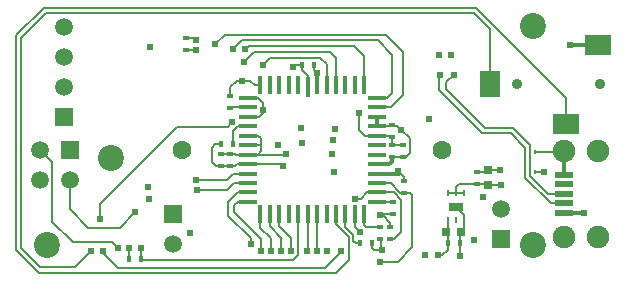
<source format=gtl>
G04 Layer: TopLayer*
G04 EasyEDA Pro v2.2.35.2, 2025-02-24 01:09:24*
G04 Gerber Generator version 0.3*
G04 Scale: 100 percent, Rotated: No, Reflected: No*
G04 Dimensions in millimeters*
G04 Leading zeros omitted, absolute positions, 4 integers and 5 decimals*
%FSLAX45Y45*%
%MOMM*%
%ADD10C,2.2*%
%ADD11R,0.22X0.42*%
%ADD12R,1.7X2.3*%
%ADD13R,2.3X1.7*%
%ADD14C,0.9*%
%ADD15C,1.6*%
%ADD16R,0.508X0.381*%
%ADD17R,0.25X0.6*%
%ADD18R,1.2016X0.75*%
%ADD19R,1.2X0.75*%
%ADD20R,0.381X0.508*%
%ADD21R,0.508X0.381*%
%ADD22R,1.6X0.5*%
%ADD23C,1.9*%
%ADD24R,0.762X0.635*%
%ADD25R,0.635X0.762*%
%ADD26R,0.381X0.508*%
%ADD27R,0.4X1.5*%
%ADD28R,0.4X1.75*%
%ADD29R,1.5X0.4*%
%ADD30R,1.5X1.5*%
%ADD31C,1.5*%
%ADD32R,1.5X1.5*%
%ADD33R,1.5X1.5*%
%ADD34C,0.6096*%
%ADD35C,0.207*%
%ADD36C,0.3556*%
%ADD37C,0.3048*%
G75*


G04 Pad Start*
G54D10*
G01X14430000Y12150000D03*
G01X14430000Y10300000D03*
G01X10313600Y10300000D03*
G01X10860200Y11030900D03*
G54D11*
G01X14446880Y11084200D03*
G01X14406880Y11084200D03*
G01X14366880Y11084200D03*
G01X14366880Y10912200D03*
G01X14406880Y10912200D03*
G01X14446880Y10912200D03*
G54D12*
G01X14065000Y11657400D03*
G54D13*
G01X14710000Y11322400D03*
G01X14980000Y11992400D03*
G54D14*
G01X14300000Y11657400D03*
G01X15000000Y11657400D03*
G54D15*
G01X11463600Y11100000D03*
G01X13663600Y11100000D03*
G54D16*
G01X11494640Y12046000D03*
G01X11494640Y11944400D03*
G54D17*
G01X13715640Y10506060D03*
G01X13780640Y10506060D03*
G01X13845640Y10506060D03*
G01X13845640Y10736060D03*
G01X13780640Y10736060D03*
G01X13715640Y10736060D03*
G54D19*
G01X13780640Y10621060D03*
G54D16*
G01X13338680Y10737900D03*
G01X13338680Y10839500D03*
G54D20*
G01X12477620Y11817400D03*
G01X12579220Y11817400D03*
G54D21*
G01X11786740Y10966500D03*
G01X11786740Y11068100D03*
G54D22*
G01X14694800Y10650300D03*
G01X14694800Y10730300D03*
G01X14694800Y10810300D03*
G01X14694800Y10570300D03*
G01X14694800Y10890300D03*
G54D23*
G01X14694800Y10365300D03*
G01X14694800Y11095300D03*
G01X14984800Y11095300D03*
G01X14984800Y10365300D03*
G54D21*
G01X11868020Y11560860D03*
G01X11868020Y11459260D03*
G54D16*
G01X13224380Y10344200D03*
G01X13224380Y10445800D03*
G54D21*
G01X13956160Y10816540D03*
G01X13956160Y10918140D03*
G54D24*
G01X14052680Y10933380D03*
G01X14052680Y10806380D03*
G54D25*
G01X13826360Y10405160D03*
G01X13699360Y10405160D03*
G54D20*
G01X13714600Y10311180D03*
G01X13816200Y10311180D03*
G54D21*
G01X13329920Y11043920D03*
G01X13329920Y11145520D03*
G01X13241020Y11041380D03*
G01X13241020Y11142980D03*
G54D16*
G01X13234540Y11311940D03*
G01X13234540Y11210340D03*
G54D20*
G01X13071980Y10313720D03*
G01X12970380Y10313720D03*
G54D26*
G01X11789280Y11149380D03*
G01X11890880Y11149380D03*
G54D20*
G01X11115040Y10180320D03*
G01X11013440Y10180320D03*
G54D16*
G01X13247240Y10560100D03*
G01X13247240Y10661700D03*
G54D21*
G01X13140560Y10445800D03*
G01X13140560Y10344200D03*
G54D27*
G01X12123749Y11647500D03*
G01X12203750Y11647500D03*
G01X12283750Y11647500D03*
G01X12363750Y11647500D03*
G01X12443750Y11647500D03*
G54D28*
G01X12523750Y11635000D03*
G54D27*
G01X12603750Y11647500D03*
G01X12683750Y11647500D03*
G01X12763750Y11647500D03*
G01X12843750Y11647500D03*
G01X12923750Y11647500D03*
G01X13003750Y11647500D03*
G54D29*
G01X13110250Y11541000D03*
G01X13110250Y11461000D03*
G01X13110250Y11381000D03*
G01X13110250Y11301000D03*
G01X13110250Y11221000D03*
G01X13110250Y11141000D03*
G01X13110250Y11061000D03*
G01X13110250Y10981000D03*
G01X13110250Y10901000D03*
G01X13110250Y10820999D03*
G01X13110250Y10740999D03*
G01X13110250Y10660999D03*
G54D27*
G01X13003750Y10554500D03*
G01X12923750Y10554500D03*
G01X12843750Y10554500D03*
G01X12763750Y10554500D03*
G01X12683750Y10554500D03*
G01X12603750Y10554500D03*
G01X12523750Y10554500D03*
G01X12443750Y10554500D03*
G01X12363750Y10554500D03*
G01X12283750Y10554500D03*
G01X12203750Y10554500D03*
G01X12123749Y10554500D03*
G54D29*
G01X12017250Y10660999D03*
G01X12017250Y10740999D03*
G01X12017250Y10820999D03*
G01X12017250Y10901000D03*
G01X12017250Y10981000D03*
G01X12017250Y11061000D03*
G01X12017250Y11141000D03*
G01X12017250Y11221000D03*
G01X12017250Y11301000D03*
G01X12017250Y11381000D03*
G01X12017250Y11461000D03*
G01X12017250Y11541000D03*
G54D21*
G01X11868020Y10966500D03*
G01X11868020Y11068100D03*
G54D30*
G01X10507980Y11099800D03*
G54D31*
G01X10507980Y10845800D03*
G01X10253980Y11099800D03*
G01X10253980Y10845800D03*
G01X10459720Y12138660D03*
G01X10459720Y11884660D03*
G01X10459720Y11630660D03*
G54D32*
G01X10459720Y11376660D03*
G54D31*
G01X11386820Y10302240D03*
G54D33*
G01X11386820Y10556240D03*
G54D31*
G01X14160500Y10596880D03*
G54D32*
G01X14160500Y10342880D03*
G04 Pad End*

G04 Via Start*
G54D34*
G01X11112500Y10269220D03*
G01X11013440Y10271760D03*
G01X10916920Y10269220D03*
G01X10685780Y10241280D03*
G01X10792460Y10241300D03*
G01X11064240Y10574020D03*
G01X10769600Y10515600D03*
G01X14523720Y10911840D03*
G01X13760460Y11733580D03*
G01X13640974Y11733686D03*
G01X11887390Y11334404D03*
G01X14861540Y10568940D03*
G01X14163040Y10800080D03*
G01X14150340Y10934700D03*
G01X11529060Y10398760D03*
G01X11181080Y10688320D03*
G01X11581000Y11944400D03*
G01X11581000Y12035840D03*
G01X11192380Y11974880D03*
G01X13624560Y10210800D03*
G01X13520420Y10213340D03*
G01X12688440Y10242600D03*
G01X12810360Y10242600D03*
G01X11591160Y10760760D03*
G01X12398880Y11804700D03*
G01X13735060Y11906300D03*
G01X13636000Y11906300D03*
G01X13150720Y10250220D03*
G01X12734160Y11065560D03*
G01X12746860Y10918240D03*
G01X13929360Y10337800D03*
G01X11995020Y11952020D03*
G01X12149960Y11819940D03*
G01X13318360Y11271300D03*
G01X12274420Y11141760D03*
G01X12477620Y11162080D03*
G01X12751940Y11276380D03*
G01X12736700Y11184940D03*
G01X13813660Y10201960D03*
G01X13140560Y10552480D03*
G01X12602080Y10242600D03*
G01X12965300Y10407700D03*
G01X12383640Y10242600D03*
G01X12149960Y11436400D03*
G01X13554580Y11362740D03*
G01X12515720Y10242600D03*
G01X12216000Y10242600D03*
G01X12132180Y10242600D03*
G01X12299820Y10242600D03*
G01X11578460Y10849660D03*
G01X13132940Y10156240D03*
G01X12337920Y11068100D03*
G01X12467460Y11289080D03*
G01X12962760Y11416080D03*
G01X11967080Y11687860D03*
G01X12315060Y10966500D03*
G01X13292960Y10920780D03*
G01X12040740Y10303560D03*
G01X12927200Y10689640D03*
G01X11743560Y11995200D03*
G01X11888340Y11957100D03*
G01X11987400Y11842800D03*
G01X12604620Y11756440D03*
G01X14747240Y11991340D03*
G01X11176000Y10784840D03*
G01X14008100Y10703560D03*
G04 Via End*

G04 Track Start*
G54D35*
G01X13318360Y11271300D02*
G01X13390880Y11198780D01*
G01X13390880Y11077120D02*
G01X13390880Y11198780D01*
G01X13356460Y11042700D02*
G01X13390880Y11077120D01*
G01X11112500Y10269220D02*
G01X11115040Y10266680D01*
G01X11115040Y10180320D02*
G01X11115040Y10266680D01*
G01X11115040Y10180320D02*
G01X11128580Y10166780D01*
G01X11013440Y10180320D02*
G01X11013440Y10271760D01*
G01X10868660Y10317480D02*
G01X10916920Y10269220D01*
G01X10538460Y10317480D02*
G01X10868660Y10317480D01*
G01X10363200Y10492740D02*
G01X10538460Y10317480D01*
G01X10788650Y10232390D02*
G01X10922000Y10099040D01*
G01X12669340Y10099040D01*
G01X10553700Y10109200D02*
G01X10685780Y10241280D01*
G01X10256520Y10109200D02*
G01X10553700Y10109200D01*
G01X10932160Y10441940D02*
G01X11064240Y10574020D01*
G01X10665460Y10441940D02*
G01X10932160Y10441940D01*
G01X10507980Y10599420D02*
G01X10665460Y10441940D01*
G01X10507980Y10599420D02*
G01X10507980Y10845800D01*
G01X10769600Y10515600D02*
G01X10769600Y10642600D01*
G01X11353800Y11226800D01*
G01X11128580Y10166780D02*
G01X12396720Y10166780D01*
G01X10261600Y11099800D02*
G01X10363200Y10998200D01*
G01X10363200Y10492740D02*
G01X10363200Y10998200D01*
G01X11845825Y11292840D02*
G01X11887390Y11334404D01*
G01X11419840Y11292840D02*
G01X11845825Y11292840D01*
G01X11353800Y11226800D02*
G01X11419840Y11292840D01*
G01X10814955Y10058210D02*
G01X12760590Y10058210D01*
G01X14710000Y11322400D02*
G01X14710000Y11543440D01*
G01X13949680Y12303760D02*
G01X14710000Y11543440D01*
G01X10289540Y12303760D02*
G01X13949680Y12303760D01*
G01X10055860Y12070080D02*
G01X10289540Y12303760D01*
G01X10055860Y10251440D02*
G01X10055860Y12070080D01*
G01X10055860Y10251440D02*
G01X10248900Y10058400D01*
G01X10814765Y10058400D01*
G01X10814955Y10058210D01*
G01X13116110Y11306860D02*
G01X13282800Y11306860D01*
G54D36*
G01X14523360Y10912200D02*
G01X14523720Y10911840D01*
G54D35*
G01X14446880Y10912200D02*
G01X14523360Y10912200D01*
G01X14683700Y11084200D02*
G01X14694800Y11095300D01*
G01X14446880Y11084200D02*
G01X14683700Y11084200D01*
G01X14261255Y11290300D02*
G01X14406880Y11144675D01*
G01X14406880Y11084200D02*
G01X14406880Y11144675D01*
G01X14406880Y10912200D02*
G01X14406880Y11084200D01*
G01X14406880Y10883900D02*
G01X14560480Y10730300D01*
G01X14694800Y10730300D01*
G01X14406880Y10883900D02*
G01X14406880Y10912200D01*
G01X13699500Y11672620D02*
G01X13760460Y11733580D01*
G01X14366880Y11084200D02*
G01X14366880Y11119480D01*
G01X14242160Y11244200D02*
G01X14366880Y11119480D01*
G01X14366880Y10912200D02*
G01X14366880Y11084200D01*
G01X14366880Y10866325D02*
G01X14582905Y10650300D01*
G01X14694800Y10650300D01*
G01X14366880Y10866325D02*
G01X14366880Y10912200D01*
G01X13635810Y11728521D02*
G01X13640974Y11733686D01*
G01X14022495Y11290300D02*
G01X14261255Y11290300D01*
G01X14003400Y11244200D02*
G01X14242160Y11244200D01*
G01X13635810Y11611790D02*
G01X14003400Y11244200D01*
G01X13699500Y11613296D02*
G01X14022495Y11290300D01*
G01X13699500Y11613296D02*
G01X13699500Y11672620D01*
G01X13635810Y11611790D02*
G01X13635810Y11728521D01*
G01X10099040Y12052300D02*
G01X10307320Y12260580D01*
G01X10099040Y10266680D02*
G01X10099040Y12052300D01*
G01X10099040Y10266680D02*
G01X10256520Y10109200D01*
G01X10307320Y12260580D02*
G01X13929360Y12260580D01*
G01X14050140Y10816540D02*
G01X14056490Y10810190D01*
G01X12760590Y10058210D02*
G01X12873860Y10171480D01*
G01X13282800Y11306860D02*
G01X13318360Y11271300D01*
G01X13929360Y10337800D02*
G01X13936980Y10330180D01*
G54D36*
G01X14860180Y10570300D02*
G01X14861540Y10568940D01*
G01X14694800Y10570300D02*
G01X14860180Y10570300D01*
G54D35*
G01X13806040Y10816640D02*
G01X13956060Y10816640D01*
G01X14052680Y10806380D02*
G01X14156740Y10806380D01*
G01X14163040Y10800080D01*
G01X14045060Y10918140D02*
G01X14060300Y10933380D01*
G01X14149020Y10933380D01*
G01X14052680Y10933380D02*
G01X14060300Y10933380D01*
G01X14149020Y10933380D02*
G01X14150340Y10934700D01*
G01X12669340Y10099040D02*
G01X12809090Y10238790D01*
G01X13929360Y12260580D02*
G01X14065000Y12124940D01*
G01X14065000Y11657400D02*
G01X14065000Y12124940D01*
G01X11504800Y11944400D02*
G01X11581000Y11944400D01*
G01X11570840Y12046000D02*
G01X11581000Y12035840D01*
G01X11504800Y12046000D02*
G01X11570840Y12046000D01*
G01X11967080Y11687860D02*
G01X12035660Y11687860D01*
G01X12076020Y11647500D01*
G01X12071220Y11926620D02*
G01X12713840Y11926620D01*
G01X11987400Y11842800D02*
G01X12071220Y11926620D01*
G01X12149960Y11819940D02*
G01X12149960Y11822480D01*
G01X12205840Y11878360D01*
G01X11923900Y11687860D02*
G01X11967080Y11687860D01*
G01X13183740Y12076480D02*
G01X13331060Y11929160D01*
G01X11824840Y12076480D02*
G01X13183740Y12076480D01*
G01X11743560Y11995200D02*
G01X11824840Y12076480D01*
G01X13226920Y11042700D02*
G01X13356460Y11042700D01*
G01X13226920Y11042700D02*
G01X13234540Y11050320D01*
G01X13234540Y10999520D02*
G01X13237080Y11002060D01*
G54D37*
G01X13237080Y11002060D02*
G01X13237080Y11042700D01*
G01X13216020Y10981000D02*
G01X13234540Y10999520D01*
G54D35*
G01X13226920Y11144300D02*
G01X13320900Y11144300D01*
G01X13226920Y11144300D02*
G01X13237080Y11154460D01*
G01X13110250Y11301000D02*
G01X13116110Y11306860D01*
G01X13221840Y11215420D02*
G01X13237080Y11200180D01*
G01X13115830Y11215420D02*
G01X13221840Y11215420D01*
G01X13110250Y11221000D02*
G01X13115830Y11215420D01*
G01X13237080Y11154460D02*
G01X13237080Y11200180D01*
G01X13088490Y10251490D02*
G01X13151990Y10251490D01*
G01X13153260Y10252760D01*
G01X13071980Y10268000D02*
G01X13088490Y10251490D01*
G01X13071980Y10268000D02*
G01X13071980Y10313720D01*
G01X12967840Y10313720D02*
G01X12970380Y10311180D01*
G01X12929740Y10313720D02*
G01X12967840Y10313720D01*
G01X12910452Y10333008D02*
G01X12929740Y10313720D01*
G01X12910452Y10333008D02*
G01X12910452Y10381268D01*
G01X12763750Y10474630D02*
G01X12873860Y10364520D01*
G01X12873860Y10171480D02*
G01X12873860Y10364520D01*
G01X13145640Y10250220D02*
G01X13150720Y10250220D01*
G01X13958700Y10918140D02*
G01X14045060Y10918140D01*
G01X11842620Y10763300D02*
G01X11900319Y10820999D01*
G01X11591160Y10763300D02*
G01X11842620Y10763300D01*
G01X11591160Y10753140D02*
G01X11591160Y10763300D01*
G01X11588620Y10750600D02*
G01X11591160Y10753140D01*
G01X13155800Y10557560D02*
G01X13247240Y10557560D01*
G01X12076020Y11647500D02*
G01X12123749Y11647500D01*
G01X12386180Y11804700D02*
G01X12398880Y11817400D01*
G01X12477620Y11817400D01*
G01X12386180Y11804700D02*
G01X12398880Y11804700D01*
G01X12123749Y11581991D02*
G01X12123749Y11647500D01*
G01X11774040Y11149380D02*
G01X11781660Y11141760D01*
G01X11743560Y11149380D02*
G01X11774040Y11149380D01*
G01X13158340Y10552480D02*
G01X13224380Y10486440D01*
G01X13224380Y10453420D02*
G01X13224380Y10486440D01*
G01X13216760Y10445800D02*
G01X13224380Y10453420D01*
G01X13140560Y10552480D02*
G01X13158340Y10552480D01*
G01X11786740Y10966500D02*
G01X11868020Y10966500D01*
G01X11784200Y10966500D02*
G01X11786740Y10966500D01*
G01X11781660Y10963960D02*
G01X11784200Y10966500D01*
G01X11868020Y10966500D02*
G01X11911200Y10966500D01*
G01X11925700Y10981000D01*
G01X12017250Y10981000D01*
G01X11786740Y11068100D02*
G01X11868020Y11068100D01*
G01X11784200Y11068100D02*
G01X11786740Y11068100D01*
G01X11868020Y11068100D02*
G01X11911200Y11068100D01*
G01X11918300Y11061000D01*
G01X13132940Y10153700D02*
G01X13135480Y10156240D01*
G01X13285340Y10156240D01*
G01X11868020Y11631980D02*
G01X11923900Y11687860D01*
G01X11868020Y11560860D02*
G01X11868020Y11631980D01*
G01X12205840Y11878360D02*
G01X12630020Y11878360D01*
G01X13227641Y10818459D02*
G01X13227641Y10820999D01*
G01X13227641Y10818459D02*
G01X13308200Y10737900D01*
G01X13338680Y10737900D01*
G01X13389480Y10737900D02*
G01X13407260Y10720120D01*
G01X13338680Y10737900D02*
G01X13389480Y10737900D01*
G01X13407260Y10278160D02*
G01X13407260Y10720120D01*
G01X13285340Y10156240D02*
G01X13407260Y10278160D01*
G54D36*
G01X13110250Y10901000D02*
G01X13294960Y10901000D01*
G54D35*
G01X13257400Y10344200D02*
G01X13318360Y10405160D01*
G01X13216760Y10344200D02*
G01X13257400Y10344200D01*
G01X13318360Y10405160D02*
G01X13318360Y10674400D01*
G01X13780640Y10791240D02*
G01X13806040Y10816640D01*
G01X13780640Y10736060D02*
G01X13780640Y10791240D01*
G01X13699360Y10412780D02*
G01X13715640Y10429060D01*
G01X13715640Y10506060D01*
G01X13712060Y10318800D02*
G01X13714600Y10321340D01*
G01X13712060Y10257660D02*
G01X13712060Y10318800D01*
G01X13714600Y10321340D02*
G01X13714600Y10397540D01*
G01X13816200Y10321340D02*
G01X13816200Y10402620D01*
G01X13813660Y10318800D02*
G01X13816200Y10321340D01*
G01X13813660Y10204500D02*
G01X13813660Y10318800D01*
G01X13816200Y10402620D02*
G01X13845640Y10432060D01*
G01X13845640Y10506060D01*
G01X13845640Y10553520D01*
G01X13780640Y10618520D02*
G01X13845640Y10553520D01*
G01X13780640Y10618520D02*
G01X13780640Y10621060D01*
G01X13966320Y10816540D02*
G01X14050140Y10816540D01*
G01X13780640Y10736060D02*
G01X13845640Y10736060D01*
G01X13715640Y10736060D02*
G01X13780640Y10736060D01*
G01X12144880Y11413540D02*
G01X12144880Y11500360D01*
G01X12603750Y10242600D02*
G01X12603750Y10554500D01*
G01X12523750Y10257430D02*
G01X12527150Y10254030D01*
G01X12523750Y10257430D02*
G01X12523750Y10554500D01*
G01X12040740Y10303560D02*
G01X12040740Y10351820D01*
G01X11852780Y10539780D02*
G01X12040740Y10351820D01*
G01X11852780Y10539780D02*
G01X11852780Y10662259D01*
G01X12132180Y10245140D02*
G01X12132180Y10346740D01*
G01X11903580Y10575340D02*
G01X12132180Y10346740D01*
G01X11903580Y10575340D02*
G01X11903580Y10633059D01*
G01X12763750Y10474630D02*
G01X12763750Y10554500D01*
G01X12843750Y10447970D02*
G01X12910452Y10381268D01*
G01X12843750Y10447970D02*
G01X12843750Y10554500D01*
G01X13140560Y10344200D02*
G01X13145640Y10339120D01*
G01X13145640Y10260380D02*
G01X13145640Y10339120D01*
G01X12923750Y10449250D02*
G01X12965300Y10407700D01*
G01X12923750Y10449250D02*
G01X12923750Y10554500D01*
G01X12396720Y10166780D02*
G01X12443750Y10213810D01*
G01X12443750Y10554500D01*
G01X12383640Y10242600D02*
G01X12383640Y10356900D01*
G01X12283750Y10456790D02*
G01X12383640Y10356900D01*
G01X12283750Y10456790D02*
G01X12283750Y10554500D01*
G01X12216000Y10242600D02*
G01X12216000Y10351820D01*
G01X12123749Y10444071D02*
G01X12216000Y10351820D01*
G01X12123749Y10444071D02*
G01X12123749Y10554500D01*
G01X12203750Y10455510D02*
G01X12299820Y10359440D01*
G01X12299820Y10242600D02*
G01X12299820Y10359440D01*
G01X13292960Y10920780D02*
G01X13338680Y10875060D01*
G01X13338680Y10839500D02*
G01X13338680Y10875060D01*
G01X11903580Y10633059D02*
G01X11931520Y10660999D01*
G01X11891419Y10901000D02*
G01X12017250Y10901000D01*
G01X11840080Y10849660D02*
G01X11891419Y10901000D01*
G01X11578460Y10849660D02*
G01X11840080Y10849660D01*
G01X13251761Y10740999D02*
G01X13318360Y10674400D01*
G01X13110250Y10820999D02*
G01X13227641Y10820999D01*
G01X13110250Y10740999D02*
G01X13251761Y10740999D01*
G54D37*
G01X13110250Y10981000D02*
G01X13216020Y10981000D01*
G54D35*
G01X11933280Y11301000D02*
G01X12017250Y11301000D01*
G54D36*
G01X13110250Y11301000D02*
G01X13110250Y11381000D01*
G54D35*
G01X11883260Y11461800D02*
G01X11884060Y11461000D01*
G01X12017250Y11461000D01*
G01X13110250Y10660999D02*
G01X13110951Y10661700D01*
G01X13247240Y10661700D01*
G01X13003400Y10554150D02*
G01X13003750Y10554500D01*
G01X12923750Y10554500D02*
G01X12927200Y10551051D01*
G01X13003400Y10463580D02*
G01X13003400Y10554150D01*
G01X13018640Y10448340D02*
G01X13135480Y10448340D01*
G01X13003400Y10463580D02*
G01X13018640Y10448340D01*
G01X11918300Y11061000D02*
G01X12017250Y11061000D01*
G01X11931520Y10660999D02*
G01X12017250Y10660999D01*
G01X11931520Y10740999D02*
G01X12017250Y10740999D01*
G01X11900319Y10820999D02*
G01X12017250Y10820999D01*
G01X12203750Y10455510D02*
G01X12203750Y10554500D01*
G01X13196440Y11541000D02*
G01X13242160Y11586720D01*
G01X13110250Y11541000D02*
G01X13196440Y11541000D01*
G01X12017250Y11541000D02*
G01X12104240Y11541000D01*
G01X12144880Y11500360D01*
G01X12111860Y11380520D02*
G01X12144880Y11413540D01*
G01X12104720Y11380520D02*
G01X12111860Y11380520D01*
G01X12104240Y11381000D02*
G01X12104720Y11380520D01*
G01X12017250Y11381000D02*
G01X12104240Y11381000D01*
G01X12017250Y11221000D02*
G01X12104240Y11221000D01*
G01X12127100Y11198140D01*
G01X12017250Y11141000D02*
G01X12127100Y11141000D01*
G01X12127100Y11088420D02*
G01X12127100Y11198140D01*
G01X12099680Y11061000D02*
G01X12127100Y11088420D01*
G01X12330820Y11061000D02*
G01X12337920Y11068100D01*
G01X12017250Y11061000D02*
G01X12099680Y11061000D01*
G01X12330820Y11061000D01*
G01X12017250Y10981000D02*
G01X12300560Y10981000D01*
G01X12315060Y10966500D01*
G01X11852780Y10662259D02*
G01X11931520Y10740999D01*
G01X13294960Y10901000D02*
G01X13295500Y10900460D01*
G01X13023720Y10740999D02*
G01X13110250Y10740999D01*
G01X12972361Y10689640D02*
G01X13023720Y10740999D01*
G01X12927200Y10689640D02*
G01X12972361Y10689640D01*
G01X13110250Y11461000D02*
G01X13226120Y11461000D01*
G01X13331060Y11565940D01*
G01X13331060Y11929160D01*
G01X13242160Y11586720D02*
G01X13242160Y11908840D01*
G01X11888340Y11954560D02*
G01X11964540Y12030760D01*
G01X13120240Y12030760D01*
G01X13242160Y11908840D01*
G01X11995020Y11952020D02*
G01X12028040Y11985040D01*
G01X12917040Y11985040D01*
G01X13003750Y11898330D01*
G01X13003750Y11647500D02*
G01X13003750Y11898330D01*
G01X12713840Y11926620D02*
G01X12763750Y11876710D01*
G01X12763750Y11647500D02*
G01X12763750Y11876710D01*
G01X12683750Y11647500D02*
G01X12683750Y11824630D01*
G01X12630020Y11878360D02*
G01X12683750Y11824630D01*
G01X12523750Y11635000D02*
G01X12523750Y11728090D01*
G01X12477620Y11774220D02*
G01X12523750Y11728090D01*
G01X12477620Y11774220D02*
G01X12477620Y11817400D01*
G01X12579220Y11781840D02*
G01X12579220Y11817400D01*
G01X12579220Y11781840D02*
G01X12604620Y11756440D01*
G01X12603750Y11647500D02*
G01X12603750Y11755570D01*
G01X12604620Y11756440D01*
G01X13013060Y11221000D02*
G01X13110250Y11221000D01*
G01X12962760Y11271300D02*
G01X13013060Y11221000D01*
G01X12962760Y11271300D02*
G01X12962760Y11416080D01*
G54D36*
G01X14748300Y11992400D02*
G01X14980000Y11992400D01*
G54D35*
G01X14747240Y11991340D02*
G01X14748300Y11992400D01*
G01X11890880Y11258600D02*
G01X11933280Y11301000D01*
G01X11890880Y11151920D02*
G01X11890880Y11258600D01*
G01X11746100Y10963960D02*
G01X11781660Y10963960D01*
G01X11713080Y11118900D02*
G01X11743560Y11149380D01*
G01X11713080Y10996980D02*
G01X11746100Y10963960D01*
G01X11713080Y10996980D02*
G01X11713080Y11118900D01*
G01X13665200Y10210800D02*
G01X13712060Y10257660D01*
G01X13624560Y10210800D02*
G01X13665200Y10210800D01*
G01X13699360Y10412780D02*
G01X13714600Y10397540D01*
G54D36*
G01X14694800Y10890300D02*
G01X14694800Y11095300D01*
G04 Track End*

M02*


</source>
